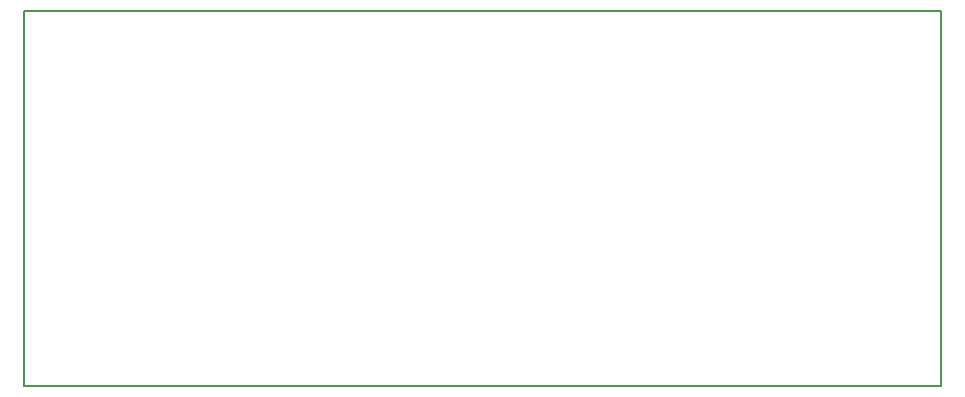
<source format=gko>
G04 #@! TF.FileFunction,Profile,NP*
%FSLAX46Y46*%
G04 Gerber Fmt 4.6, Leading zero omitted, Abs format (unit mm)*
G04 Created by KiCad (PCBNEW 0.201602020917+6532~42~ubuntu15.04.1-product) date Fri 12 Feb 2016 03:58:24 PM EST*
%MOMM*%
G01*
G04 APERTURE LIST*
%ADD10C,0.100000*%
%ADD11C,0.200000*%
G04 APERTURE END LIST*
D10*
D11*
X109200000Y-62000000D02*
X109200000Y-93800000D01*
X31600000Y-62000000D02*
X109200000Y-62000000D01*
X31600000Y-93800000D02*
X31600000Y-62000000D01*
X109200000Y-93800000D02*
X31600000Y-93800000D01*
M02*

</source>
